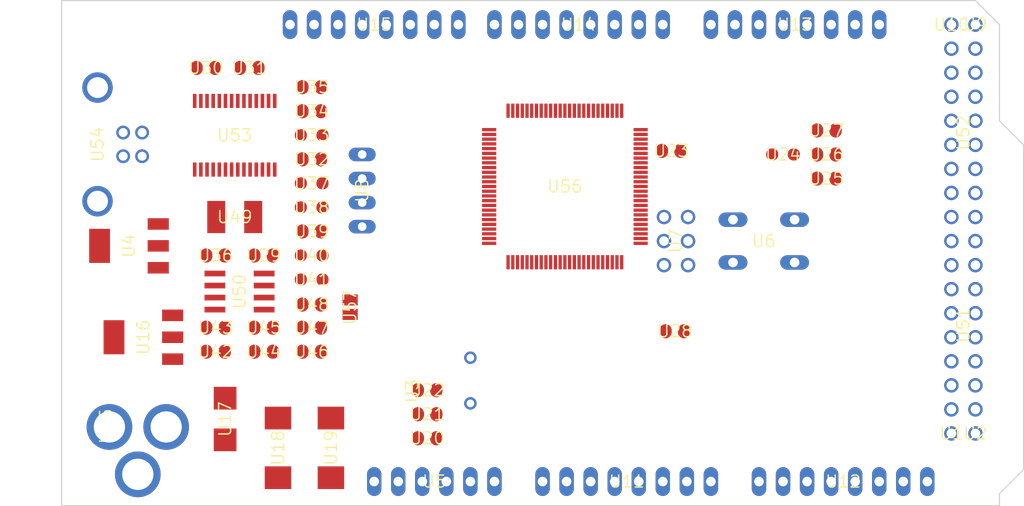
<source format=kicad_pcb>
(kicad_pcb (version 20221018) (generator pcbnew)
  (layers (0 "F.Cu" signal "Top") (31 "B.Cu" signal "Bottom") (34 "B.Paste" user) (35 "F.Paste" user) (36 "B.SilkS" user "B.Silkscreen") (37 "F.SilkS" user "F.Silkscreen") (38 "B.Mask" user) (39 "F.Mask" user) (44 "Edge.Cuts" user))
  (net 0 "")
  (net 1 "+5V")
  (net 2 "GND")
  (net 3 "N$6")
  (net 4 "N$7")
  (net 5 "AREF")
  (net 6 "RESET")
  (net 7 "VIN")
  (net 8 "N$3")
  (net 9 "PWRIN")
  (net 10 "M8RXD")
  (net 11 "M8TXD")
  (net 12 "ADC0")
  (net 13 "ADC2")
  (net 14 "ADC1")
  (net 15 "ADC3")
  (net 16 "ADC4")
  (net 17 "ADC5")
  (net 18 "ADC6")
  (net 19 "ADC7")
  (net 20 "+3V3")
  (net 21 "SDA")
  (net 22 "SCL")
  (net 23 "ADC9")
  (net 24 "ADC8")
  (net 25 "ADC10")
  (net 26 "ADC11")
  (net 27 "ADC12")
  (net 28 "ADC13")
  (net 29 "ADC14")
  (net 30 "ADC15")
  (net 31 "PB3")
  (net 32 "PB2")
  (net 33 "PB1")
  (net 34 "PB5")
  (net 35 "PB4")
  (net 36 "PE5")
  (net 37 "PE4")
  (net 38 "PE3")
  (net 39 "PE1")
  (net 40 "PE0")
  (net 41 "N$15")
  (net 42 "N$53")
  (net 43 "N$54")
  (net 44 "N$55")
  (net 45 "D-")
  (net 46 "D+")
  (net 47 "N$60")
  (net 48 "DTR")
  (net 49 "USBVCC")
  (net 50 "N$2")
  (net 51 "N$4")
  (net 52 "GATE_CMD")
  (net 53 "CMP")
  (net 54 "PB6")
  (net 55 "PH3")
  (net 56 "PH4")
  (net 57 "PH5")
  (net 58 "PH6")
  (net 59 "PG5")
  (net 60 "RXD1")
  (net 61 "TXD1")
  (net 62 "RXD2")
  (net 63 "RXD3")
  (net 64 "TXD2")
  (net 65 "TXD3")
  (net 66 "PC0")
  (net 67 "PC1")
  (net 68 "PC2")
  (net 69 "PC3")
  (net 70 "PC4")
  (net 71 "PC5")
  (net 72 "PC6")
  (net 73 "PC7")
  (net 74 "PB0")
  (net 75 "PG0")
  (net 76 "PG1")
  (net 77 "PG2")
  (net 78 "PD7")
  (net 79 "PA0")
  (net 80 "PA1")
  (net 81 "PA2")
  (net 82 "PA3")
  (net 83 "PA4")
  (net 84 "PA5")
  (net 85 "PA6")
  (net 86 "PA7")
  (net 87 "PL0")
  (net 88 "PL1")
  (net 89 "PL2")
  (net 90 "PL3")
  (net 91 "PL4")
  (net 92 "PL5")
  (net 93 "PL6")
  (net 94 "PL7")
  (net 95 "PB7")
  (net 96 "CTS")
  (net 97 "DSR")
  (net 98 "DCD")
  (net 99 "RI")
  (footprint "Arduino_MEGA_Reference_Design:2X03" (layer "F.Cu") (at 162.5981 103.7336 -90)
    (fp_text reference "U7")
    (fp_text value "")
  )
  (footprint "Arduino_MEGA_Reference_Design:1X08" (layer "F.Cu") (at 152.3111 80.8736 180)
    (fp_text reference "U14")
    (fp_text value "")
  )
  (footprint "Arduino_MEGA_Reference_Design:1X08" (layer "F.Cu") (at 130.7211 80.8736 180)
    (fp_text reference "U15")
    (fp_text value "")
  )
  (footprint "Arduino_MEGA_Reference_Design:SMC_D" (layer "F.Cu") (at 120.5611 125.5776 -90)
    (fp_text reference "U18")
    (fp_text value "")
  )
  (footprint "Arduino_MEGA_Reference_Design:SMC_D" (layer "F.Cu") (at 126.1491 125.5776 -90)
    (fp_text reference "U19")
    (fp_text value "")
  )
  (footprint "Arduino_MEGA_Reference_Design:B3F-10XX" (layer "F.Cu") (at 171.8691 103.7336 180)
    (fp_text reference "U6")
    (fp_text value "")
  )
  (footprint "Arduino_MEGA_Reference_Design:0805RND" (layer "F.Cu") (at 173.9011 94.5896 180)
    (fp_text reference "U24")
    (fp_text value "")
  )
  (footprint "Arduino_MEGA_Reference_Design:SMB" (layer "F.Cu") (at 114.9731 122.5296 -90)
    (fp_text reference "U17")
    (fp_text value "")
  )
  (footprint "Arduino_MEGA_Reference_Design:DC-21MM" (layer "F.Cu") (at 103.0351 123.2916 90)
    (fp_text reference "U55")
    (fp_text value "")
  )
  (footprint "Arduino_MEGA_Reference_Design:HC49_S" (layer "F.Cu") (at 140.8811 118.4656 90)
    (fp_text reference "U3")
    (fp_text value "")
  )
  (footprint "Arduino_MEGA_Reference_Design:SOT223" (layer "F.Cu") (at 106.3371 113.8936 90)
    (fp_text reference "U16")
    (fp_text value "")
  )
  (footprint "Arduino_MEGA_Reference_Design:1X06" (layer "F.Cu") (at 137.0711 129.1336)
    (fp_text reference "U5")
    (fp_text value "")
  )
  (footprint "Arduino_MEGA_Reference_Design:C0805RND" (layer "F.Cu") (at 124.1171 87.4776)
    (fp_text reference "U35")
    (fp_text value "")
  )
  (footprint "Arduino_MEGA_Reference_Design:C0805RND" (layer "F.Cu") (at 162.4711 113.2586)
    (fp_text reference "U28")
    (fp_text value "")
  )
  (footprint "Arduino_MEGA_Reference_Design:C0805RND" (layer "F.Cu") (at 136.3091 122.0216)
    (fp_text reference "U21")
    (fp_text value "")
  )
  (footprint "Arduino_MEGA_Reference_Design:C0805RND" (layer "F.Cu") (at 136.3091 119.4816)
    (fp_text reference "U22")
    (fp_text value "")
  )
  (footprint "Arduino_MEGA_Reference_Design:C0805RND" (layer "F.Cu") (at 113.9571 112.8776)
    (fp_text reference "U43")
    (fp_text value "")
  )
  (footprint "Arduino_MEGA_Reference_Design:RCL_0805RND" (layer "F.Cu") (at 124.1171 105.2576)
    (fp_text reference "U40")
    (fp_text value "")
  )
  (footprint "Arduino_MEGA_Reference_Design:RCL_0805RND" (layer "F.Cu") (at 124.1171 107.7976)
    (fp_text reference "U41")
    (fp_text value "")
  )
  (footprint "Arduino_MEGA_Reference_Design:1X08" (layer "F.Cu") (at 157.3911 129.1336)
    (fp_text reference "U11")
    (fp_text value "")
  )
  (footprint "Arduino_MEGA_Reference_Design:1X08" (layer "F.Cu") (at 175.1711 80.8736 180)
    (fp_text reference "U13")
    (fp_text value "")
  )
  (footprint "Arduino_MEGA_Reference_Design:R0805RND" (layer "F.Cu") (at 178.4731 94.5896 180)
    (fp_text reference "U26")
    (fp_text value "")
  )
  (footprint "Arduino_MEGA_Reference_Design:R0805RND" (layer "F.Cu") (at 178.4731 92.0496 180)
    (fp_text reference "U27")
    (fp_text value "")
  )
  (footprint "Arduino_MEGA_Reference_Design:TQFP100" (layer "F.Cu") (at 150.86109924316406 97.96971130371094 0)
    (fp_text reference "U56")
    (fp_text value "")
  )
  (footprint "Arduino_MEGA_Reference_Design:C0805RND" (layer "F.Cu") (at 162.0901 94.2086 180)
    (fp_text reference "U23")
    (fp_text value "")
  )
  (footprint "Arduino_MEGA_Reference_Design:C0805RND" (layer "F.Cu") (at 136.3091 124.5616)
    (fp_text reference "U20")
    (fp_text value "")
  )
  (footprint "Arduino_MEGA_Reference_Design:1X08" (layer "F.Cu") (at 180.2511 129.1336)
    (fp_text reference "U12")
    (fp_text value "")
  )
  (footprint "Arduino_MEGA_Reference_Design:R0805RND" (layer "F.Cu") (at 124.1171 112.8776)
    (fp_text reference "U47")
    (fp_text value "")
  )
  (footprint "Arduino_MEGA_Reference_Design:C0805RND" (layer "F.Cu") (at 124.1171 115.4176)
    (fp_text reference "U46")
    (fp_text value "")
  )
  (footprint "Arduino_MEGA_Reference_Design:C0805RND" (layer "F.Cu") (at 113.9571 105.2576)
    (fp_text reference "U36")
    (fp_text value "")
  )
  (footprint "Arduino_MEGA_Reference_Design:C0805RND" (layer "F.Cu") (at 112.9411 85.4456)
    (fp_text reference "U30")
    (fp_text value "")
  )
  (footprint "Arduino_MEGA_Reference_Design:0805RND" (layer "F.Cu") (at 124.1171 100.1776 180)
    (fp_text reference "U38")
    (fp_text value "")
  )
  (footprint "Arduino_MEGA_Reference_Design:0805RND" (layer "F.Cu") (at 124.1171 97.6376 180)
    (fp_text reference "U37")
    (fp_text value "")
  )
  (footprint "Arduino_MEGA_Reference_Design:R0805RND" (layer "F.Cu") (at 124.1171 95.0976)
    (fp_text reference "U32")
    (fp_text value "")
  )
  (footprint "Arduino_MEGA_Reference_Design:R0805RND" (layer "F.Cu") (at 124.1171 102.7176)
    (fp_text reference "U39")
    (fp_text value "")
  )
  (footprint "Arduino_MEGA_Reference_Design:SSOP28" (layer "F.Cu") (at 115.9891 92.5576)
    (fp_text reference "U53")
    (fp_text value "")
  )
  (footprint "Arduino_MEGA_Reference_Design:PN61729" (layer "F.Cu") (at 98.9584 93.5228 -90)
    (fp_text reference "U54")
    (fp_text value "")
  )
  (footprint "Arduino_MEGA_Reference_Design:L1812" (layer "F.Cu") (at 115.9891 101.1936)
    (fp_text reference "U49")
    (fp_text value "")
  )
  (footprint "Arduino_MEGA_Reference_Design:C0805RND" (layer "F.Cu") (at 117.5131 85.4456)
    (fp_text reference "U31")
    (fp_text value "")
  )
  (footprint "Arduino_MEGA_Reference_Design:0805RND" (layer "F.Cu") (at 124.1171 92.5576 180)
    (fp_text reference "U33")
    (fp_text value "")
  )
  (footprint "Arduino_MEGA_Reference_Design:R0805RND" (layer "F.Cu") (at 124.1171 90.0176 180)
    (fp_text reference "U34")
    (fp_text value "")
  )
  (footprint "Arduino_MEGA_Reference_Design:C0805RND" (layer "F.Cu") (at 124.1171 110.4392 180)
    (fp_text reference "U48")
    (fp_text value "")
  )
  (footprint "Arduino_MEGA_Reference_Design:SOT223" (layer "F.Cu") (at 104.8131 104.2416 90)
    (fp_text reference "U4")
    (fp_text value "")
  )
  (footprint "Arduino_MEGA_Reference_Design:SO08" (layer "F.Cu") (at 116.4971 109.0676 -90)
    (fp_text reference "U50")
    (fp_text value "")
  )
  (footprint "Arduino_MEGA_Reference_Design:R0805RND" (layer "F.Cu") (at 113.9571 115.4176 180)
    (fp_text reference "U42")
    (fp_text value "")
  )
  (footprint "Arduino_MEGA_Reference_Design:R0805RND" (layer "F.Cu") (at 119.0371 112.8776 180)
    (fp_text reference "U45")
    (fp_text value "")
  )
  (footprint "Arduino_MEGA_Reference_Design:C0805RND" (layer "F.Cu") (at 119.0371 115.4176 180)
    (fp_text reference "U44")
    (fp_text value "")
  )
  (footprint "Arduino_MEGA_Reference_Design:C0805RND" (layer "F.Cu") (at 119.0371 105.2576)
    (fp_text reference "U29")
    (fp_text value "")
  )
  (footprint "Arduino_MEGA_Reference_Design:2X08" (layer "F.Cu") (at 192.9511 92.3036 90)
    (fp_text reference "U52")
    (fp_text value "")
  )
  (footprint "Arduino_MEGA_Reference_Design:2X08" (layer "F.Cu") (at 192.9511 112.6236 90)
    (fp_text reference "U51")
    (fp_text value "")
  )
  (footprint "Arduino_MEGA_Reference_Design:R0805RND" (layer "F.Cu") (at 178.4731 97.1296 180)
    (fp_text reference "U25")
    (fp_text value "")
  )
  (footprint "Arduino_MEGA_Reference_Design:1X01" (layer "F.Cu") (at 191.6811 80.8736)
    (fp_text reference "U10")
    (fp_text value "")
  )
  (footprint "Arduino_MEGA_Reference_Design:1X01" (layer "F.Cu") (at 194.2211 80.8736)
    (fp_text reference "U9")
    (fp_text value "")
  )
  (footprint "Arduino_MEGA_Reference_Design:1X01" (layer "F.Cu") (at 191.6811 124.0536)
    (fp_text reference "U1")
    (fp_text value "")
  )
  (footprint "Arduino_MEGA_Reference_Design:1X01" (layer "F.Cu") (at 194.2211 124.0536)
    (fp_text reference "U2")
    (fp_text value "")
  )
  (footprint "Arduino_MEGA_Reference_Design:SJ" (layer "F.Cu") (at 128.1811 110.7186 -90)
    (fp_text reference "U57")
    (fp_text value "")
  )
  (footprint "Arduino_MEGA_Reference_Design:JP4" (layer "F.Cu") (at 129.4511 98.3996 -90)
    (fp_text reference "U8")
    (fp_text value "")
  )
  (gr_line (start 196.7611 80.8736) (end 196.7611 91.0336) (layer "Edge.Cuts") (width 0.12))
  (gr_line (start 196.7611 130.4036) (end 196.7611 131.6736) (layer "Edge.Cuts") (width 0.12))
  (gr_line (start 194.2211 78.3336) (end 196.7611 80.8736) (layer "Edge.Cuts") (width 0.12))
  (gr_line (start 97.7011 78.3336) (end 194.2211 78.3336) (layer "Edge.Cuts") (width 0.12))
  (gr_line (start 196.7611 91.0336) (end 199.3011 93.5736) (layer "Edge.Cuts") (width 0.12))
  (gr_line (start 97.7011 131.6736) (end 97.7011 78.3336) (layer "Edge.Cuts") (width 0.12))
  (gr_line (start 196.7611 131.6736) (end 97.7011 131.6736) (layer "Edge.Cuts") (width 0.12))
  (gr_line (start 199.3011 93.5736) (end 199.3011 127.8636) (layer "Edge.Cuts") (width 0.12))
  (gr_line (start 199.3011 127.8636) (end 196.7611 130.4036) (layer "Edge.Cuts") (width 0.12))
)
</source>
